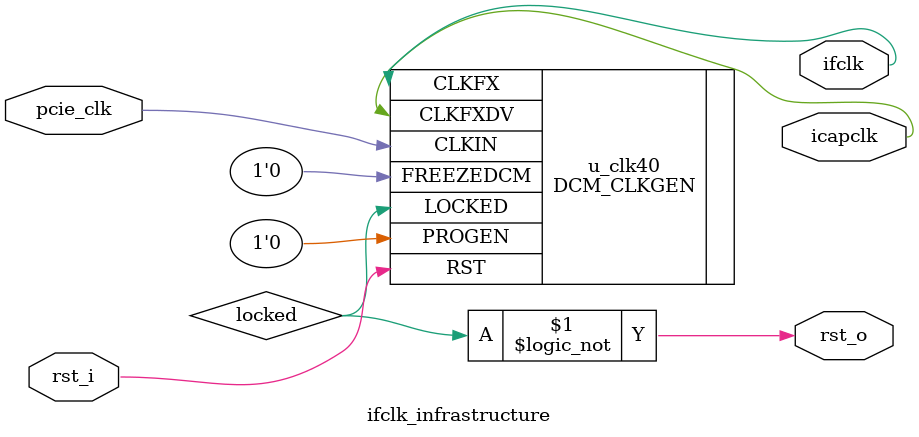
<source format=v>
`timescale 1ns / 1ps

// goddamnit: pcie_clk is 62.5M, not 100M. This is
// Just What Xillybus Does.
// 62.5 = 5^4 * 100E5
//   48 = 2*2*2*2*3*2*5 * 100E5
// factoring gives
// 5*5*5
// 2*2*2*2
// 96x / 125
module ifclk_infrastructure( input pcie_clk,
									  input rst_i,
									  output rst_o,
									  output ifclk,
									  output icapclk);
	wire locked;
	assign rst_o = !locked;
	
	// clkfx is f_clkin * f_clkfx_multiple/f_clkfx_divide
	// mult by 16 divide by 25 to generate clk40
	DCM_CLKGEN #(.CLKFX_MULTIPLY(96),
					 .CLKFX_DIVIDE(125),
					 .CLKFXDV_DIVIDE(4),
					 .CLKIN_PERIOD(10.0))
					 u_clk40(.PROGEN(1'b0),
								.FREEZEDCM(1'b0),
								.RST(rst_i),
								.LOCKED(locked),
								.CLKIN(pcie_clk),
								.CLKFX(ifclk),
							   .CLKFXDV(icapclk));
endmodule									  
									  
</source>
